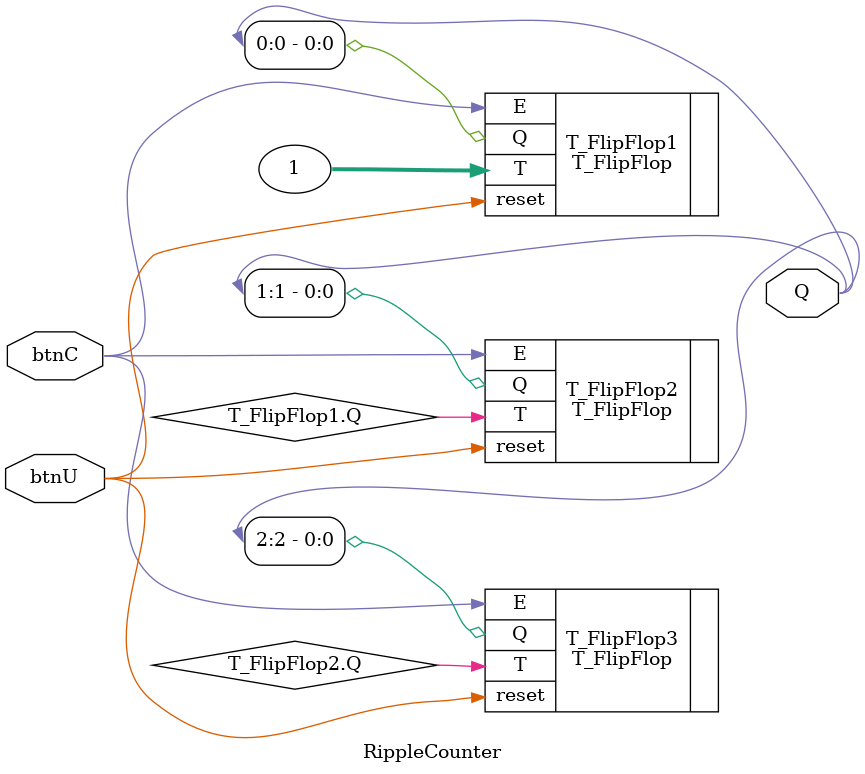
<source format=v>
module RippleCounter(
    input btnU, btnC,
    output [2:0] Q
    );
    
    T_FlipFlop T_FlipFlop1(
        .reset(btnU),
        .T(1),
        .E(btnC),
        .Q(Q[0])
    );
    
    T_FlipFlop T_FlipFlop2(
        .reset(btnU),
        .T(T_FlipFlop1.Q),
        .E(btnC),
        .Q(Q[1])
    );
    
    T_FlipFlop T_FlipFlop3(
        .reset(btnU),
        .T(T_FlipFlop2.Q),
        .E(btnC),
        .Q(Q[2])
    );
    
    
endmodule


</source>
